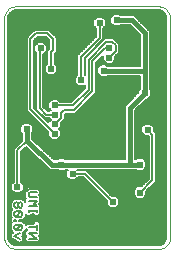
<source format=gbl>
G75*
%MOIN*%
%OFA0B0*%
%FSLAX24Y24*%
%IPPOS*%
%LPD*%
%AMOC8*
5,1,8,0,0,1.08239X$1,22.5*
%
%ADD10C,0.0000*%
%ADD11C,0.0060*%
%ADD12C,0.0240*%
%ADD13C,0.0160*%
D10*
X002723Y003381D02*
X007466Y003381D01*
X007466Y003380D02*
X007505Y003382D01*
X007543Y003388D01*
X007580Y003397D01*
X007617Y003410D01*
X007652Y003427D01*
X007685Y003446D01*
X007716Y003469D01*
X007745Y003495D01*
X007771Y003524D01*
X007794Y003555D01*
X007813Y003588D01*
X007830Y003623D01*
X007843Y003660D01*
X007852Y003697D01*
X007858Y003735D01*
X007860Y003774D01*
X007860Y011074D01*
X007858Y011113D01*
X007852Y011151D01*
X007843Y011188D01*
X007830Y011225D01*
X007813Y011260D01*
X007794Y011293D01*
X007771Y011324D01*
X007745Y011353D01*
X007716Y011379D01*
X007685Y011402D01*
X007652Y011421D01*
X007617Y011438D01*
X007580Y011451D01*
X007543Y011460D01*
X007505Y011466D01*
X007466Y011468D01*
X007466Y011467D02*
X002723Y011467D01*
X002723Y011468D02*
X002684Y011466D01*
X002646Y011460D01*
X002609Y011451D01*
X002572Y011438D01*
X002537Y011421D01*
X002504Y011402D01*
X002473Y011379D01*
X002444Y011353D01*
X002418Y011324D01*
X002395Y011293D01*
X002376Y011260D01*
X002359Y011225D01*
X002346Y011188D01*
X002337Y011151D01*
X002331Y011113D01*
X002329Y011074D01*
X002329Y003774D01*
X002331Y003735D01*
X002337Y003697D01*
X002346Y003660D01*
X002359Y003623D01*
X002376Y003588D01*
X002395Y003555D01*
X002418Y003524D01*
X002444Y003495D01*
X002473Y003469D01*
X002504Y003446D01*
X002537Y003427D01*
X002572Y003410D01*
X002609Y003397D01*
X002646Y003388D01*
X002684Y003382D01*
X002723Y003380D01*
D11*
X002723Y003511D02*
X002671Y003516D01*
X002576Y003555D01*
X002504Y003628D01*
X002464Y003723D01*
X002459Y003774D01*
X002459Y011074D01*
X002464Y011125D01*
X002504Y011220D01*
X002576Y011293D01*
X002671Y011332D01*
X002723Y011337D01*
X007466Y011337D01*
X007517Y011332D01*
X007612Y011293D01*
X007685Y011220D01*
X007725Y011125D01*
X007730Y011074D01*
X007730Y003774D01*
X007725Y003723D01*
X007685Y003628D01*
X007612Y003555D01*
X007517Y003516D01*
X007466Y003511D01*
X002723Y003511D01*
X002794Y003615D02*
X002517Y003615D01*
X002485Y003673D02*
X002677Y003673D01*
X002626Y003699D02*
X002836Y003594D01*
X002930Y003625D01*
X002975Y003714D01*
X002943Y003808D01*
X002940Y003810D01*
X002943Y003812D01*
X002975Y003906D01*
X002965Y003925D01*
X002982Y003941D01*
X003052Y004011D01*
X003052Y004035D01*
X003082Y004005D01*
X003079Y004005D01*
X003058Y003973D01*
X003032Y003946D01*
X003032Y003933D01*
X003024Y003922D01*
X003032Y003885D01*
X003032Y003847D01*
X003041Y003837D01*
X003044Y003824D01*
X003067Y003809D01*
X003032Y003773D01*
X003032Y003673D01*
X002954Y003673D01*
X002969Y003732D02*
X003032Y003732D01*
X003032Y003673D02*
X003102Y003603D01*
X003376Y003603D01*
X003387Y003596D01*
X003424Y003603D01*
X003462Y003603D01*
X003471Y003613D01*
X003484Y003615D01*
X003505Y003647D01*
X003532Y003673D01*
X007704Y003673D01*
X007725Y003732D02*
X003533Y003732D01*
X003532Y003735D02*
X003532Y003773D01*
X003522Y003782D01*
X003520Y003795D01*
X003496Y003811D01*
X003532Y003847D01*
X003532Y003946D01*
X003521Y003957D01*
X003532Y003968D01*
X003532Y004241D01*
X003462Y004311D01*
X003362Y004311D01*
X003292Y004241D01*
X003292Y004225D01*
X003102Y004225D01*
X003052Y004174D01*
X003052Y004198D01*
X003009Y004241D01*
X002938Y004311D01*
X002835Y004311D01*
X002835Y004340D01*
X002938Y004340D01*
X002982Y004383D01*
X003052Y004453D01*
X003052Y004537D01*
X003102Y004487D01*
X003201Y004487D01*
X003245Y004531D01*
X003319Y004531D01*
X003362Y004487D01*
X003462Y004487D01*
X003532Y004557D01*
X003532Y004744D01*
X003527Y004749D01*
X003532Y004754D01*
X003532Y004853D01*
X003495Y004890D01*
X003532Y004927D01*
X003532Y005027D01*
X003521Y005038D01*
X003532Y005049D01*
X003532Y005148D01*
X003495Y005185D01*
X003532Y005222D01*
X003532Y005321D01*
X003462Y005392D01*
X003145Y005392D01*
X003075Y005321D01*
X003032Y005278D01*
X003032Y005092D01*
X003064Y005059D01*
X003032Y005027D01*
X003032Y004954D01*
X003009Y004978D01*
X002938Y005048D01*
X002808Y005048D01*
X002759Y005048D01*
X002665Y005048D01*
X002622Y005005D01*
X002552Y004934D01*
X002552Y004748D01*
X002595Y004705D01*
X002606Y004694D01*
X002552Y004640D01*
X002552Y004453D01*
X002576Y004430D01*
X002552Y004406D01*
X002552Y004263D01*
X002584Y004230D01*
X002552Y004198D01*
X002552Y004011D01*
X002595Y003968D01*
X002637Y003927D01*
X002626Y003921D01*
X002587Y003908D01*
X002582Y003899D01*
X002574Y003895D01*
X002561Y003856D01*
X002542Y003819D01*
X002545Y003810D01*
X002542Y003801D01*
X002561Y003764D01*
X002574Y003725D01*
X002582Y003720D01*
X002587Y003712D01*
X002626Y003699D01*
X002571Y003732D02*
X002463Y003732D01*
X002459Y003790D02*
X002547Y003790D01*
X002557Y003849D02*
X002459Y003849D01*
X002459Y003907D02*
X002586Y003907D01*
X002597Y003966D02*
X002459Y003966D01*
X002459Y004024D02*
X002552Y004024D01*
X002552Y004083D02*
X002459Y004083D01*
X002459Y004141D02*
X002552Y004141D01*
X002554Y004200D02*
X002459Y004200D01*
X002459Y004258D02*
X002556Y004258D01*
X002552Y004317D02*
X002459Y004317D01*
X002459Y004375D02*
X002552Y004375D01*
X002571Y004434D02*
X002459Y004434D01*
X002459Y004492D02*
X002552Y004492D01*
X002552Y004551D02*
X002459Y004551D01*
X002459Y004609D02*
X002552Y004609D01*
X002580Y004668D02*
X002459Y004668D01*
X002459Y004726D02*
X002574Y004726D01*
X002552Y004785D02*
X002459Y004785D01*
X002459Y004843D02*
X002552Y004843D01*
X002552Y004902D02*
X002459Y004902D01*
X002459Y004960D02*
X002578Y004960D01*
X002636Y005019D02*
X002459Y005019D01*
X002459Y005077D02*
X003046Y005077D01*
X003032Y005019D02*
X002967Y005019D01*
X003026Y004960D02*
X003032Y004960D01*
X003152Y004977D02*
X003412Y004977D01*
X003325Y004890D01*
X003412Y004804D01*
X003152Y004804D01*
X003152Y004694D02*
X003152Y004607D01*
X003152Y004651D02*
X003412Y004651D01*
X003412Y004694D02*
X003412Y004607D01*
X003532Y004609D02*
X007730Y004609D01*
X007730Y004551D02*
X003525Y004551D01*
X003467Y004492D02*
X007730Y004492D01*
X007730Y004434D02*
X003032Y004434D01*
X003052Y004492D02*
X003097Y004492D01*
X002932Y004503D02*
X002932Y004590D01*
X002889Y004633D01*
X002715Y004460D01*
X002672Y004503D01*
X002672Y004590D01*
X002715Y004633D01*
X002889Y004633D01*
X002889Y004754D02*
X002845Y004754D01*
X002802Y004798D01*
X002802Y004885D01*
X002758Y004928D01*
X002715Y004928D01*
X002672Y004885D01*
X002672Y004798D01*
X002715Y004754D01*
X002758Y004754D01*
X002802Y004798D01*
X002802Y004885D02*
X002845Y004928D01*
X002889Y004928D01*
X002932Y004885D01*
X002932Y004798D01*
X002889Y004754D01*
X002932Y004503D02*
X002889Y004460D01*
X002715Y004460D01*
X002715Y004356D02*
X002672Y004356D01*
X002672Y004312D01*
X002715Y004312D01*
X002715Y004356D01*
X002835Y004317D02*
X007730Y004317D01*
X007730Y004375D02*
X002974Y004375D01*
X002991Y004258D02*
X003309Y004258D01*
X003412Y004191D02*
X003412Y004018D01*
X003412Y004105D02*
X003152Y004105D01*
X003062Y004024D02*
X003052Y004024D01*
X003051Y003966D02*
X003006Y003966D01*
X003027Y003907D02*
X002974Y003907D01*
X002956Y003849D02*
X003032Y003849D01*
X003049Y003790D02*
X002949Y003790D01*
X002845Y003723D02*
X002672Y003810D01*
X002845Y003897D01*
X002889Y004018D02*
X002715Y004018D01*
X002889Y004191D01*
X002715Y004191D01*
X002672Y004148D01*
X002672Y004061D01*
X002715Y004018D01*
X002889Y004018D02*
X002932Y004061D01*
X002932Y004148D01*
X002889Y004191D01*
X003050Y004200D02*
X003077Y004200D01*
X003152Y003897D02*
X003412Y003897D01*
X003532Y003907D02*
X007730Y003907D01*
X007730Y003849D02*
X003532Y003849D01*
X003521Y003790D02*
X007730Y003790D01*
X007730Y003966D02*
X003529Y003966D01*
X003532Y004024D02*
X007730Y004024D01*
X007730Y004083D02*
X003532Y004083D01*
X003532Y004141D02*
X007730Y004141D01*
X007730Y004200D02*
X003532Y004200D01*
X003515Y004258D02*
X007730Y004258D01*
X007730Y004668D02*
X003532Y004668D01*
X003532Y004726D02*
X007730Y004726D01*
X007730Y004785D02*
X006093Y004785D01*
X006041Y004733D02*
X006164Y004856D01*
X006164Y005030D01*
X006041Y005153D01*
X005914Y005153D01*
X005066Y006001D01*
X004787Y006001D01*
X004765Y006023D01*
X006733Y006023D01*
X006773Y005983D01*
X006947Y005983D01*
X007070Y006106D01*
X007070Y006280D01*
X006947Y006403D01*
X006773Y006403D01*
X006733Y006363D01*
X006687Y006363D01*
X006687Y007998D01*
X007047Y008358D01*
X007104Y008358D01*
X007227Y008481D01*
X007227Y008655D01*
X007187Y008695D01*
X007187Y010639D01*
X007087Y010738D01*
X006650Y011176D01*
X006206Y011176D01*
X006166Y011216D01*
X005992Y011216D01*
X005869Y011093D01*
X005869Y010919D01*
X005992Y010796D01*
X006166Y010796D01*
X006206Y010836D01*
X006509Y010836D01*
X006847Y010498D01*
X006847Y009488D01*
X005769Y009488D01*
X005729Y009528D01*
X005555Y009528D01*
X005432Y009405D01*
X005432Y009231D01*
X005387Y009231D01*
X005432Y009231D02*
X005555Y009108D01*
X005729Y009108D01*
X005769Y009148D01*
X006847Y009148D01*
X006847Y008695D01*
X006807Y008655D01*
X006807Y008599D01*
X006446Y008238D01*
X006347Y008139D01*
X006347Y006363D01*
X004362Y006363D01*
X004322Y006403D01*
X004148Y006403D01*
X004108Y006363D01*
X003990Y006363D01*
X003249Y007049D01*
X003249Y007254D01*
X003289Y007294D01*
X003289Y007468D01*
X003166Y007591D01*
X002992Y007591D01*
X002869Y007468D01*
X002869Y007294D01*
X002909Y007254D01*
X002909Y007041D01*
X002907Y007038D01*
X002909Y006974D01*
X002647Y006712D01*
X002647Y005620D01*
X002557Y005530D01*
X002557Y005356D01*
X002680Y005233D01*
X002854Y005233D01*
X002977Y005356D01*
X002977Y005530D01*
X002887Y005620D01*
X002887Y006612D01*
X003047Y006773D01*
X003805Y006071D01*
X003852Y006023D01*
X003856Y006023D01*
X003859Y006021D01*
X003926Y006023D01*
X004108Y006023D01*
X004148Y005983D01*
X004322Y005983D01*
X004362Y006023D01*
X004456Y006023D01*
X004400Y005968D01*
X004400Y005794D01*
X004523Y005671D01*
X004697Y005671D01*
X004787Y005761D01*
X004967Y005761D01*
X005744Y004983D01*
X005744Y004856D01*
X005867Y004733D01*
X006041Y004733D01*
X006151Y004843D02*
X007730Y004843D01*
X007730Y004902D02*
X006164Y004902D01*
X006164Y004960D02*
X007730Y004960D01*
X007730Y005019D02*
X006164Y005019D01*
X006117Y005077D02*
X006742Y005077D01*
X006773Y005046D02*
X006947Y005046D01*
X007070Y005169D01*
X007070Y005296D01*
X007387Y005612D01*
X007387Y007243D01*
X007320Y007309D01*
X007320Y007436D01*
X007197Y007559D01*
X007023Y007559D01*
X006900Y007436D01*
X006900Y007262D01*
X007023Y007139D01*
X007147Y007139D01*
X007147Y005712D01*
X006901Y005466D01*
X006773Y005466D01*
X006650Y005343D01*
X006650Y005169D01*
X006773Y005046D01*
X006683Y005136D02*
X006059Y005136D01*
X005873Y005194D02*
X006650Y005194D01*
X006650Y005253D02*
X005814Y005253D01*
X005756Y005311D02*
X006650Y005311D01*
X006677Y005370D02*
X005697Y005370D01*
X005639Y005428D02*
X006736Y005428D01*
X006860Y005256D02*
X007267Y005662D01*
X007267Y007193D01*
X007110Y007349D01*
X007281Y007476D02*
X007730Y007476D01*
X007730Y007534D02*
X007223Y007534D01*
X007320Y007417D02*
X007730Y007417D01*
X007730Y007359D02*
X007320Y007359D01*
X007329Y007300D02*
X007730Y007300D01*
X007730Y007242D02*
X007387Y007242D01*
X007387Y007183D02*
X007730Y007183D01*
X007730Y007125D02*
X007387Y007125D01*
X007387Y007066D02*
X007730Y007066D01*
X007730Y007008D02*
X007387Y007008D01*
X007387Y006949D02*
X007730Y006949D01*
X007730Y006891D02*
X007387Y006891D01*
X007387Y006832D02*
X007730Y006832D01*
X007730Y006774D02*
X007387Y006774D01*
X007387Y006715D02*
X007730Y006715D01*
X007730Y006657D02*
X007387Y006657D01*
X007387Y006598D02*
X007730Y006598D01*
X007730Y006540D02*
X007387Y006540D01*
X007387Y006481D02*
X007730Y006481D01*
X007730Y006423D02*
X007387Y006423D01*
X007387Y006364D02*
X007730Y006364D01*
X007730Y006306D02*
X007387Y006306D01*
X007387Y006247D02*
X007730Y006247D01*
X007730Y006189D02*
X007387Y006189D01*
X007387Y006130D02*
X007730Y006130D01*
X007730Y006072D02*
X007387Y006072D01*
X007387Y006013D02*
X007730Y006013D01*
X007730Y005955D02*
X007387Y005955D01*
X007387Y005896D02*
X007730Y005896D01*
X007730Y005838D02*
X007387Y005838D01*
X007387Y005779D02*
X007730Y005779D01*
X007730Y005721D02*
X007387Y005721D01*
X007387Y005662D02*
X007730Y005662D01*
X007730Y005604D02*
X007378Y005604D01*
X007320Y005545D02*
X007730Y005545D01*
X007730Y005487D02*
X007261Y005487D01*
X007203Y005428D02*
X007730Y005428D01*
X007730Y005370D02*
X007144Y005370D01*
X007086Y005311D02*
X007730Y005311D01*
X007730Y005253D02*
X007070Y005253D01*
X007070Y005194D02*
X007730Y005194D01*
X007730Y005136D02*
X007037Y005136D01*
X006979Y005077D02*
X007730Y005077D01*
X007147Y005721D02*
X005346Y005721D01*
X005288Y005779D02*
X007147Y005779D01*
X007147Y005838D02*
X005229Y005838D01*
X005171Y005896D02*
X007147Y005896D01*
X007147Y005955D02*
X005112Y005955D01*
X005017Y005881D02*
X005954Y004943D01*
X005816Y004785D02*
X003532Y004785D01*
X003532Y004843D02*
X005757Y004843D01*
X005744Y004902D02*
X003506Y004902D01*
X003532Y004960D02*
X005744Y004960D01*
X005709Y005019D02*
X003532Y005019D01*
X003532Y005077D02*
X005650Y005077D01*
X005592Y005136D02*
X003532Y005136D01*
X003504Y005194D02*
X005533Y005194D01*
X005475Y005253D02*
X003532Y005253D01*
X003532Y005311D02*
X005416Y005311D01*
X005358Y005370D02*
X003484Y005370D01*
X003412Y005272D02*
X003195Y005272D01*
X003152Y005228D01*
X003152Y005142D01*
X003195Y005098D01*
X003412Y005098D01*
X003123Y005370D02*
X002977Y005370D01*
X002977Y005428D02*
X005299Y005428D01*
X005241Y005487D02*
X002977Y005487D01*
X002962Y005545D02*
X005182Y005545D01*
X005124Y005604D02*
X002903Y005604D01*
X002887Y005662D02*
X005065Y005662D01*
X005007Y005721D02*
X004747Y005721D01*
X004610Y005881D02*
X005017Y005881D01*
X004775Y006013D02*
X006743Y006013D01*
X006977Y006013D02*
X007147Y006013D01*
X007147Y006072D02*
X007036Y006072D01*
X007070Y006130D02*
X007147Y006130D01*
X007147Y006189D02*
X007070Y006189D01*
X007070Y006247D02*
X007147Y006247D01*
X007147Y006306D02*
X007045Y006306D01*
X006986Y006364D02*
X007147Y006364D01*
X007147Y006423D02*
X006687Y006423D01*
X006687Y006481D02*
X007147Y006481D01*
X007147Y006540D02*
X006687Y006540D01*
X006687Y006598D02*
X007147Y006598D01*
X007147Y006657D02*
X006687Y006657D01*
X006687Y006715D02*
X007147Y006715D01*
X007147Y006774D02*
X006687Y006774D01*
X006687Y006832D02*
X007147Y006832D01*
X007147Y006891D02*
X006687Y006891D01*
X006687Y006949D02*
X007147Y006949D01*
X007147Y007008D02*
X006687Y007008D01*
X006687Y007066D02*
X007147Y007066D01*
X007147Y007125D02*
X006687Y007125D01*
X006687Y007183D02*
X006980Y007183D01*
X006921Y007242D02*
X006687Y007242D01*
X006687Y007300D02*
X006900Y007300D01*
X006900Y007359D02*
X006687Y007359D01*
X006687Y007417D02*
X006900Y007417D01*
X006940Y007476D02*
X006687Y007476D01*
X006687Y007534D02*
X006998Y007534D01*
X006687Y007593D02*
X007730Y007593D01*
X007730Y007651D02*
X006687Y007651D01*
X006687Y007710D02*
X007730Y007710D01*
X007730Y007768D02*
X006687Y007768D01*
X006687Y007827D02*
X007730Y007827D01*
X007730Y007885D02*
X006687Y007885D01*
X006687Y007944D02*
X007730Y007944D01*
X007730Y008002D02*
X006691Y008002D01*
X006750Y008061D02*
X007730Y008061D01*
X007730Y008119D02*
X006808Y008119D01*
X006867Y008178D02*
X007730Y008178D01*
X007730Y008236D02*
X006925Y008236D01*
X006984Y008295D02*
X007730Y008295D01*
X007730Y008353D02*
X007042Y008353D01*
X007157Y008412D02*
X007730Y008412D01*
X007730Y008470D02*
X007216Y008470D01*
X007227Y008529D02*
X007730Y008529D01*
X007730Y008587D02*
X007227Y008587D01*
X007227Y008646D02*
X007730Y008646D01*
X007730Y008704D02*
X007187Y008704D01*
X007187Y008763D02*
X007730Y008763D01*
X007730Y008821D02*
X007187Y008821D01*
X007187Y008880D02*
X007730Y008880D01*
X007730Y008938D02*
X007187Y008938D01*
X007187Y008997D02*
X007730Y008997D01*
X007730Y009055D02*
X007187Y009055D01*
X007187Y009114D02*
X007730Y009114D01*
X007730Y009172D02*
X007187Y009172D01*
X007187Y009231D02*
X007730Y009231D01*
X007730Y009289D02*
X007187Y009289D01*
X007187Y009348D02*
X007730Y009348D01*
X007730Y009406D02*
X007187Y009406D01*
X007187Y009465D02*
X007730Y009465D01*
X007730Y009523D02*
X007187Y009523D01*
X007187Y009582D02*
X007730Y009582D01*
X007730Y009640D02*
X007187Y009640D01*
X007187Y009699D02*
X007730Y009699D01*
X007730Y009757D02*
X007187Y009757D01*
X007187Y009816D02*
X007730Y009816D01*
X007730Y009874D02*
X007187Y009874D01*
X007187Y009933D02*
X007730Y009933D01*
X007730Y009991D02*
X007187Y009991D01*
X007187Y010050D02*
X007730Y010050D01*
X007730Y010108D02*
X007187Y010108D01*
X007187Y010167D02*
X007730Y010167D01*
X007730Y010225D02*
X007187Y010225D01*
X007187Y010284D02*
X007730Y010284D01*
X007730Y010342D02*
X007187Y010342D01*
X007187Y010401D02*
X007730Y010401D01*
X007730Y010459D02*
X007187Y010459D01*
X007187Y010518D02*
X007730Y010518D01*
X007730Y010576D02*
X007187Y010576D01*
X007187Y010635D02*
X007730Y010635D01*
X007730Y010693D02*
X007132Y010693D01*
X007074Y010752D02*
X007730Y010752D01*
X007730Y010810D02*
X007015Y010810D01*
X006957Y010869D02*
X007730Y010869D01*
X007730Y010927D02*
X006898Y010927D01*
X006840Y010986D02*
X007730Y010986D01*
X007730Y011044D02*
X006781Y011044D01*
X006723Y011103D02*
X007727Y011103D01*
X007710Y011161D02*
X006664Y011161D01*
X006534Y010810D02*
X006181Y010810D01*
X005978Y010810D02*
X005712Y010810D01*
X005727Y010825D02*
X005637Y010735D01*
X005637Y010362D01*
X005012Y009737D01*
X005012Y009183D01*
X005022Y009173D01*
X005022Y009743D01*
X005092Y009813D01*
X005615Y010337D01*
X005686Y010407D01*
X005973Y010407D01*
X006098Y010282D01*
X006168Y010212D01*
X006168Y009925D01*
X006039Y009796D01*
X006039Y009669D01*
X005916Y009546D01*
X005742Y009546D01*
X005619Y009669D01*
X005619Y009813D01*
X005387Y009581D01*
X005387Y008581D01*
X004762Y007956D01*
X004691Y007886D01*
X004379Y007886D01*
X004355Y007862D01*
X004355Y007706D01*
X004227Y007577D01*
X004227Y007450D01*
X004157Y007381D01*
X004227Y007311D01*
X004227Y007137D01*
X004104Y007014D01*
X003930Y007014D01*
X003807Y007137D01*
X003807Y007265D01*
X003084Y007987D01*
X003084Y010430D01*
X003154Y010501D01*
X003272Y010618D01*
X003272Y010618D01*
X003342Y010688D01*
X003816Y010688D01*
X003887Y010618D01*
X004074Y010430D01*
X004074Y009956D01*
X004012Y009893D01*
X004012Y009558D01*
X004102Y009468D01*
X004102Y009294D01*
X003979Y009171D01*
X003805Y009171D01*
X003682Y009294D01*
X003682Y009468D01*
X003772Y009558D01*
X003772Y009993D01*
X003834Y010055D01*
X003834Y010331D01*
X003717Y010448D01*
X003441Y010448D01*
X003324Y010331D01*
X003324Y008087D01*
X003807Y007604D01*
X003807Y007624D01*
X003876Y007693D01*
X003840Y007729D01*
X003686Y007729D01*
X003397Y008018D01*
X003397Y009922D01*
X003338Y009981D01*
X003338Y010155D01*
X003461Y010278D01*
X003635Y010278D01*
X003758Y010155D01*
X003758Y009981D01*
X003637Y009860D01*
X003637Y008118D01*
X003785Y007969D01*
X003840Y007969D01*
X003876Y008006D01*
X003807Y008075D01*
X003807Y008249D01*
X003930Y008372D01*
X004104Y008372D01*
X004194Y008282D01*
X004561Y008282D01*
X005022Y008743D01*
X005022Y008839D01*
X004979Y008796D01*
X004805Y008796D01*
X004682Y008919D01*
X004682Y009093D01*
X004772Y009183D01*
X004772Y009837D01*
X005397Y010462D01*
X005397Y010735D01*
X005307Y010825D01*
X005307Y010999D01*
X005430Y011122D01*
X005604Y011122D01*
X005727Y010999D01*
X005727Y010825D01*
X005727Y010869D02*
X005919Y010869D01*
X005869Y010927D02*
X005727Y010927D01*
X005727Y010986D02*
X005869Y010986D01*
X005869Y011044D02*
X005681Y011044D01*
X005623Y011103D02*
X005879Y011103D01*
X005938Y011161D02*
X002479Y011161D01*
X002462Y011103D02*
X005410Y011103D01*
X005352Y011044D02*
X002459Y011044D01*
X002459Y010986D02*
X005307Y010986D01*
X005307Y010927D02*
X002459Y010927D01*
X002459Y010869D02*
X005307Y010869D01*
X005321Y010810D02*
X002459Y010810D01*
X002459Y010752D02*
X005380Y010752D01*
X005397Y010693D02*
X002459Y010693D01*
X002459Y010635D02*
X003288Y010635D01*
X003230Y010576D02*
X002459Y010576D01*
X002459Y010518D02*
X003171Y010518D01*
X003113Y010459D02*
X002459Y010459D01*
X002459Y010401D02*
X003084Y010401D01*
X003084Y010342D02*
X002459Y010342D01*
X002459Y010284D02*
X003084Y010284D01*
X003084Y010225D02*
X002459Y010225D01*
X002459Y010167D02*
X003084Y010167D01*
X003084Y010108D02*
X002459Y010108D01*
X002459Y010050D02*
X003084Y010050D01*
X003084Y009991D02*
X002459Y009991D01*
X002459Y009933D02*
X003084Y009933D01*
X003084Y009874D02*
X002459Y009874D01*
X002459Y009816D02*
X003084Y009816D01*
X003084Y009757D02*
X002459Y009757D01*
X002459Y009699D02*
X003084Y009699D01*
X003084Y009640D02*
X002459Y009640D01*
X002459Y009582D02*
X003084Y009582D01*
X003084Y009523D02*
X002459Y009523D01*
X002459Y009465D02*
X003084Y009465D01*
X003084Y009406D02*
X002459Y009406D01*
X002459Y009348D02*
X003084Y009348D01*
X003084Y009289D02*
X002459Y009289D01*
X002459Y009231D02*
X003084Y009231D01*
X003084Y009172D02*
X002459Y009172D01*
X002459Y009114D02*
X003084Y009114D01*
X003084Y009055D02*
X002459Y009055D01*
X002459Y008997D02*
X003084Y008997D01*
X003084Y008938D02*
X002459Y008938D01*
X002459Y008880D02*
X003084Y008880D01*
X003084Y008821D02*
X002459Y008821D01*
X002459Y008763D02*
X003084Y008763D01*
X003084Y008704D02*
X002459Y008704D01*
X002459Y008646D02*
X003084Y008646D01*
X003084Y008587D02*
X002459Y008587D01*
X002459Y008529D02*
X003084Y008529D01*
X003084Y008470D02*
X002459Y008470D01*
X002459Y008412D02*
X003084Y008412D01*
X003084Y008353D02*
X002459Y008353D01*
X002459Y008295D02*
X003084Y008295D01*
X003084Y008236D02*
X002459Y008236D01*
X002459Y008178D02*
X003084Y008178D01*
X003084Y008119D02*
X002459Y008119D01*
X002459Y008061D02*
X003084Y008061D01*
X003084Y008002D02*
X002459Y008002D01*
X002459Y007944D02*
X003128Y007944D01*
X003186Y007885D02*
X002459Y007885D01*
X002459Y007827D02*
X003245Y007827D01*
X003303Y007768D02*
X002459Y007768D01*
X002459Y007710D02*
X003362Y007710D01*
X003420Y007651D02*
X002459Y007651D01*
X002459Y007593D02*
X003479Y007593D01*
X003537Y007534D02*
X003223Y007534D01*
X003281Y007476D02*
X003596Y007476D01*
X003654Y007417D02*
X003289Y007417D01*
X003289Y007359D02*
X003713Y007359D01*
X003771Y007300D02*
X003289Y007300D01*
X003249Y007242D02*
X003807Y007242D01*
X003807Y007183D02*
X003249Y007183D01*
X003249Y007125D02*
X003819Y007125D01*
X003878Y007066D02*
X003249Y007066D01*
X003293Y007008D02*
X006347Y007008D01*
X006347Y007066D02*
X004155Y007066D01*
X004214Y007125D02*
X006347Y007125D01*
X006347Y007183D02*
X004227Y007183D01*
X004227Y007242D02*
X006347Y007242D01*
X006347Y007300D02*
X004227Y007300D01*
X004179Y007359D02*
X006347Y007359D01*
X006347Y007417D02*
X004194Y007417D01*
X004227Y007476D02*
X006347Y007476D01*
X006347Y007534D02*
X004227Y007534D01*
X004242Y007593D02*
X006347Y007593D01*
X006347Y007651D02*
X004301Y007651D01*
X004355Y007710D02*
X006347Y007710D01*
X006347Y007768D02*
X004355Y007768D01*
X004355Y007827D02*
X006347Y007827D01*
X006347Y007885D02*
X004378Y007885D01*
X004329Y008006D02*
X004235Y007912D01*
X004235Y007756D01*
X004017Y007537D01*
X003834Y007651D02*
X003760Y007651D01*
X003701Y007710D02*
X003859Y007710D01*
X003735Y007849D02*
X003517Y008068D01*
X003517Y010037D01*
X003548Y010068D01*
X003651Y009874D02*
X003772Y009874D01*
X003772Y009816D02*
X003637Y009816D01*
X003637Y009757D02*
X003772Y009757D01*
X003772Y009699D02*
X003637Y009699D01*
X003637Y009640D02*
X003772Y009640D01*
X003772Y009582D02*
X003637Y009582D01*
X003637Y009523D02*
X003737Y009523D01*
X003682Y009465D02*
X003637Y009465D01*
X003637Y009406D02*
X003682Y009406D01*
X003682Y009348D02*
X003637Y009348D01*
X003637Y009289D02*
X003686Y009289D01*
X003637Y009231D02*
X003745Y009231D01*
X003803Y009172D02*
X003637Y009172D01*
X003637Y009114D02*
X004703Y009114D01*
X004682Y009055D02*
X003637Y009055D01*
X003637Y008997D02*
X004682Y008997D01*
X004682Y008938D02*
X003637Y008938D01*
X003637Y008880D02*
X004721Y008880D01*
X004779Y008821D02*
X003637Y008821D01*
X003637Y008763D02*
X005022Y008763D01*
X005022Y008821D02*
X005004Y008821D01*
X004983Y008704D02*
X003637Y008704D01*
X003637Y008646D02*
X004924Y008646D01*
X004866Y008587D02*
X003637Y008587D01*
X003637Y008529D02*
X004807Y008529D01*
X004749Y008470D02*
X003637Y008470D01*
X003637Y008412D02*
X004690Y008412D01*
X004632Y008353D02*
X004122Y008353D01*
X004181Y008295D02*
X004573Y008295D01*
X004610Y008162D02*
X005142Y008693D01*
X005142Y009693D01*
X005735Y010287D01*
X005923Y010287D01*
X006048Y010162D01*
X006048Y009974D01*
X005829Y009756D01*
X005619Y009757D02*
X005563Y009757D01*
X005619Y009699D02*
X005504Y009699D01*
X005446Y009640D02*
X005648Y009640D01*
X005706Y009582D02*
X005387Y009582D01*
X005387Y009523D02*
X005550Y009523D01*
X005491Y009465D02*
X005387Y009465D01*
X005387Y009406D02*
X005433Y009406D01*
X005432Y009348D02*
X005387Y009348D01*
X005387Y009289D02*
X005432Y009289D01*
X005387Y009172D02*
X005491Y009172D01*
X005549Y009114D02*
X005387Y009114D01*
X005387Y009055D02*
X006847Y009055D01*
X006847Y008997D02*
X005387Y008997D01*
X005387Y008938D02*
X006847Y008938D01*
X006847Y008880D02*
X005387Y008880D01*
X005387Y008821D02*
X006847Y008821D01*
X006847Y008763D02*
X005387Y008763D01*
X005387Y008704D02*
X006847Y008704D01*
X006807Y008646D02*
X005387Y008646D01*
X005387Y008587D02*
X006795Y008587D01*
X006737Y008529D02*
X005334Y008529D01*
X005276Y008470D02*
X006678Y008470D01*
X006620Y008412D02*
X005217Y008412D01*
X005159Y008353D02*
X006561Y008353D01*
X006503Y008295D02*
X005100Y008295D01*
X005042Y008236D02*
X006444Y008236D01*
X006386Y008178D02*
X004983Y008178D01*
X004925Y008119D02*
X006347Y008119D01*
X006347Y008061D02*
X004866Y008061D01*
X004808Y008002D02*
X006347Y008002D01*
X006347Y007944D02*
X004749Y007944D01*
X004642Y008006D02*
X004329Y008006D01*
X004642Y008006D02*
X005267Y008631D01*
X005267Y009631D01*
X005704Y010068D01*
X005829Y010068D01*
X006059Y009816D02*
X006847Y009816D01*
X006847Y009874D02*
X006117Y009874D01*
X006168Y009933D02*
X006847Y009933D01*
X006847Y009991D02*
X006168Y009991D01*
X006168Y010050D02*
X006847Y010050D01*
X006847Y010108D02*
X006168Y010108D01*
X006168Y010167D02*
X006847Y010167D01*
X006847Y010225D02*
X006154Y010225D01*
X006096Y010284D02*
X006847Y010284D01*
X006847Y010342D02*
X006037Y010342D01*
X005979Y010401D02*
X006847Y010401D01*
X006847Y010459D02*
X005637Y010459D01*
X005637Y010401D02*
X005679Y010401D01*
X005621Y010342D02*
X005617Y010342D01*
X005562Y010284D02*
X005558Y010284D01*
X005504Y010225D02*
X005500Y010225D01*
X005445Y010167D02*
X005441Y010167D01*
X005387Y010108D02*
X005383Y010108D01*
X005328Y010050D02*
X005324Y010050D01*
X005270Y009991D02*
X005266Y009991D01*
X005211Y009933D02*
X005207Y009933D01*
X005153Y009874D02*
X005149Y009874D01*
X005094Y009816D02*
X005090Y009816D01*
X005036Y009757D02*
X005032Y009757D01*
X005022Y009699D02*
X005012Y009699D01*
X005012Y009640D02*
X005022Y009640D01*
X005012Y009582D02*
X005022Y009582D01*
X005012Y009523D02*
X005022Y009523D01*
X005012Y009465D02*
X005022Y009465D01*
X005012Y009406D02*
X005022Y009406D01*
X005012Y009348D02*
X005022Y009348D01*
X005012Y009289D02*
X005022Y009289D01*
X005012Y009231D02*
X005022Y009231D01*
X004892Y009006D02*
X004892Y009787D01*
X005517Y010412D01*
X005517Y010912D01*
X005653Y010752D02*
X006593Y010752D01*
X006651Y010693D02*
X005637Y010693D01*
X005637Y010635D02*
X006710Y010635D01*
X006768Y010576D02*
X005637Y010576D01*
X005637Y010518D02*
X006827Y010518D01*
X006847Y009757D02*
X006039Y009757D01*
X006039Y009699D02*
X006847Y009699D01*
X006847Y009640D02*
X006011Y009640D01*
X005952Y009582D02*
X006847Y009582D01*
X006847Y009523D02*
X005734Y009523D01*
X005734Y009114D02*
X006847Y009114D01*
X005394Y010459D02*
X004045Y010459D01*
X004074Y010401D02*
X005336Y010401D01*
X005277Y010342D02*
X004074Y010342D01*
X004074Y010284D02*
X005219Y010284D01*
X005160Y010225D02*
X004074Y010225D01*
X004074Y010167D02*
X005102Y010167D01*
X005043Y010108D02*
X004074Y010108D01*
X004074Y010050D02*
X004985Y010050D01*
X004926Y009991D02*
X004074Y009991D01*
X004051Y009933D02*
X004868Y009933D01*
X004809Y009874D02*
X004012Y009874D01*
X004012Y009816D02*
X004772Y009816D01*
X004772Y009757D02*
X004012Y009757D01*
X004012Y009699D02*
X004772Y009699D01*
X004772Y009640D02*
X004012Y009640D01*
X004012Y009582D02*
X004772Y009582D01*
X004772Y009523D02*
X004046Y009523D01*
X004102Y009465D02*
X004772Y009465D01*
X004772Y009406D02*
X004102Y009406D01*
X004102Y009348D02*
X004772Y009348D01*
X004772Y009289D02*
X004097Y009289D01*
X004039Y009231D02*
X004772Y009231D01*
X004761Y009172D02*
X003980Y009172D01*
X003892Y009381D02*
X003892Y009943D01*
X003954Y010006D01*
X003954Y010381D01*
X003767Y010568D01*
X003392Y010568D01*
X003204Y010381D01*
X003204Y008037D01*
X004017Y007224D01*
X003609Y006715D02*
X006347Y006715D01*
X006347Y006657D02*
X003673Y006657D01*
X003736Y006598D02*
X006347Y006598D01*
X006347Y006540D02*
X003799Y006540D01*
X003862Y006481D02*
X006347Y006481D01*
X006347Y006423D02*
X003925Y006423D01*
X003988Y006364D02*
X004109Y006364D01*
X004361Y006364D02*
X006347Y006364D01*
X006687Y006364D02*
X006734Y006364D01*
X006347Y006774D02*
X003546Y006774D01*
X003483Y006832D02*
X006347Y006832D01*
X006347Y006891D02*
X003420Y006891D01*
X003357Y006949D02*
X006347Y006949D01*
X007097Y005662D02*
X005405Y005662D01*
X005463Y005604D02*
X007039Y005604D01*
X006980Y005545D02*
X005522Y005545D01*
X005580Y005487D02*
X006922Y005487D01*
X007672Y003615D02*
X003481Y003615D01*
X003532Y003673D02*
X003532Y003687D01*
X003539Y003698D01*
X003532Y003735D01*
X003412Y003723D02*
X003152Y003897D01*
X003152Y003723D02*
X003412Y003723D01*
X003090Y003615D02*
X002899Y003615D01*
X002575Y003556D02*
X007614Y003556D01*
X004473Y005721D02*
X002887Y005721D01*
X002887Y005779D02*
X004415Y005779D01*
X004400Y005838D02*
X002887Y005838D01*
X002887Y005896D02*
X004400Y005896D01*
X004400Y005955D02*
X002887Y005955D01*
X002887Y006013D02*
X004118Y006013D01*
X004352Y006013D02*
X004446Y006013D01*
X003804Y006072D02*
X002887Y006072D01*
X002887Y006130D02*
X003741Y006130D01*
X003678Y006189D02*
X002887Y006189D01*
X002887Y006247D02*
X003614Y006247D01*
X003551Y006306D02*
X002887Y006306D01*
X002887Y006364D02*
X003488Y006364D01*
X003425Y006423D02*
X002887Y006423D01*
X002887Y006481D02*
X003362Y006481D01*
X003298Y006540D02*
X002887Y006540D01*
X002887Y006598D02*
X003235Y006598D01*
X003172Y006657D02*
X002931Y006657D01*
X002990Y006715D02*
X003109Y006715D01*
X003079Y006974D02*
X002767Y006662D01*
X002767Y005443D01*
X002630Y005604D02*
X002459Y005604D01*
X002459Y005662D02*
X002647Y005662D01*
X002647Y005721D02*
X002459Y005721D01*
X002459Y005779D02*
X002647Y005779D01*
X002647Y005838D02*
X002459Y005838D01*
X002459Y005896D02*
X002647Y005896D01*
X002647Y005955D02*
X002459Y005955D01*
X002459Y006013D02*
X002647Y006013D01*
X002647Y006072D02*
X002459Y006072D01*
X002459Y006130D02*
X002647Y006130D01*
X002647Y006189D02*
X002459Y006189D01*
X002459Y006247D02*
X002647Y006247D01*
X002647Y006306D02*
X002459Y006306D01*
X002459Y006364D02*
X002647Y006364D01*
X002647Y006423D02*
X002459Y006423D01*
X002459Y006481D02*
X002647Y006481D01*
X002647Y006540D02*
X002459Y006540D01*
X002459Y006598D02*
X002647Y006598D01*
X002647Y006657D02*
X002459Y006657D01*
X002459Y006715D02*
X002650Y006715D01*
X002709Y006774D02*
X002459Y006774D01*
X002459Y006832D02*
X002767Y006832D01*
X002826Y006891D02*
X002459Y006891D01*
X002459Y006949D02*
X002884Y006949D01*
X002908Y007008D02*
X002459Y007008D01*
X002459Y007066D02*
X002909Y007066D01*
X002909Y007125D02*
X002459Y007125D01*
X002459Y007183D02*
X002909Y007183D01*
X002909Y007242D02*
X002459Y007242D01*
X002459Y007300D02*
X002869Y007300D01*
X002869Y007359D02*
X002459Y007359D01*
X002459Y007417D02*
X002869Y007417D01*
X002877Y007476D02*
X002459Y007476D01*
X002459Y007534D02*
X002936Y007534D01*
X003350Y008061D02*
X003397Y008061D01*
X003397Y008119D02*
X003324Y008119D01*
X003324Y008178D02*
X003397Y008178D01*
X003397Y008236D02*
X003324Y008236D01*
X003324Y008295D02*
X003397Y008295D01*
X003397Y008353D02*
X003324Y008353D01*
X003324Y008412D02*
X003397Y008412D01*
X003397Y008470D02*
X003324Y008470D01*
X003324Y008529D02*
X003397Y008529D01*
X003397Y008587D02*
X003324Y008587D01*
X003324Y008646D02*
X003397Y008646D01*
X003397Y008704D02*
X003324Y008704D01*
X003324Y008763D02*
X003397Y008763D01*
X003397Y008821D02*
X003324Y008821D01*
X003324Y008880D02*
X003397Y008880D01*
X003397Y008938D02*
X003324Y008938D01*
X003324Y008997D02*
X003397Y008997D01*
X003397Y009055D02*
X003324Y009055D01*
X003324Y009114D02*
X003397Y009114D01*
X003397Y009172D02*
X003324Y009172D01*
X003324Y009231D02*
X003397Y009231D01*
X003397Y009289D02*
X003324Y009289D01*
X003324Y009348D02*
X003397Y009348D01*
X003397Y009406D02*
X003324Y009406D01*
X003324Y009465D02*
X003397Y009465D01*
X003397Y009523D02*
X003324Y009523D01*
X003324Y009582D02*
X003397Y009582D01*
X003397Y009640D02*
X003324Y009640D01*
X003324Y009699D02*
X003397Y009699D01*
X003397Y009757D02*
X003324Y009757D01*
X003324Y009816D02*
X003397Y009816D01*
X003397Y009874D02*
X003324Y009874D01*
X003324Y009933D02*
X003386Y009933D01*
X003338Y009991D02*
X003324Y009991D01*
X003324Y010050D02*
X003338Y010050D01*
X003338Y010108D02*
X003324Y010108D01*
X003324Y010167D02*
X003349Y010167D01*
X003324Y010225D02*
X003408Y010225D01*
X003324Y010284D02*
X003834Y010284D01*
X003834Y010225D02*
X003688Y010225D01*
X003746Y010167D02*
X003834Y010167D01*
X003834Y010108D02*
X003758Y010108D01*
X003758Y010050D02*
X003828Y010050D01*
X003772Y009991D02*
X003758Y009991D01*
X003772Y009933D02*
X003709Y009933D01*
X003823Y010342D02*
X003335Y010342D01*
X003394Y010401D02*
X003764Y010401D01*
X003928Y010576D02*
X005397Y010576D01*
X005397Y010518D02*
X003987Y010518D01*
X003870Y010635D02*
X005397Y010635D01*
X003911Y008353D02*
X003637Y008353D01*
X003637Y008295D02*
X003852Y008295D01*
X003807Y008236D02*
X003637Y008236D01*
X003637Y008178D02*
X003807Y008178D01*
X003807Y008119D02*
X003637Y008119D01*
X003694Y008061D02*
X003821Y008061D01*
X003872Y008002D02*
X003752Y008002D01*
X003735Y007849D02*
X004017Y007849D01*
X004017Y008162D02*
X004610Y008162D01*
X003647Y007768D02*
X003643Y007768D01*
X003588Y007827D02*
X003584Y007827D01*
X003530Y007885D02*
X003526Y007885D01*
X003471Y007944D02*
X003467Y007944D01*
X003413Y008002D02*
X003409Y008002D01*
X002572Y005545D02*
X002459Y005545D01*
X002459Y005487D02*
X002557Y005487D01*
X002557Y005428D02*
X002459Y005428D01*
X002459Y005370D02*
X002557Y005370D01*
X002602Y005311D02*
X002459Y005311D01*
X002459Y005253D02*
X002660Y005253D01*
X002459Y005194D02*
X003032Y005194D01*
X003032Y005136D02*
X002459Y005136D01*
X002808Y005048D02*
X002808Y005048D01*
X002873Y005253D02*
X003032Y005253D01*
X003065Y005311D02*
X002932Y005311D01*
X003206Y004492D02*
X003357Y004492D01*
X002503Y011220D02*
X007685Y011220D01*
X007627Y011278D02*
X002562Y011278D01*
X002717Y011337D02*
X007472Y011337D01*
D12*
X007579Y011131D03*
X007579Y010381D03*
X006642Y010193D03*
X006079Y011006D03*
X005829Y010756D03*
X005517Y010912D03*
X005079Y010568D03*
X004329Y009818D03*
X003892Y009381D03*
X004329Y009006D03*
X004892Y009006D03*
X005642Y009318D03*
X005829Y009756D03*
X005829Y010068D03*
X007017Y008568D03*
X007579Y008662D03*
X007579Y007412D03*
X007110Y007349D03*
X006860Y006193D03*
X006860Y005881D03*
X006860Y005256D03*
X006329Y004943D03*
X005954Y004943D03*
X005204Y004943D03*
X004610Y005881D03*
X004235Y005881D03*
X004235Y006193D03*
X004017Y007224D03*
X004017Y007537D03*
X004017Y007849D03*
X004017Y008162D03*
X003079Y007381D03*
X002985Y008537D03*
X003548Y010068D03*
X003767Y011193D03*
X005110Y007881D03*
X005110Y007443D03*
X005110Y007006D03*
X005548Y007006D03*
X005548Y007443D03*
X005985Y007443D03*
X005985Y007006D03*
X005985Y007881D03*
X005548Y007881D03*
X004017Y004506D03*
X003767Y004506D03*
X002767Y005443D03*
D13*
X003923Y006193D02*
X003079Y006974D01*
X003079Y007381D01*
X003923Y006193D02*
X004235Y006193D01*
X006517Y006193D01*
X006517Y008068D01*
X007017Y008568D01*
X007017Y009318D01*
X005642Y009318D01*
X007017Y009318D02*
X007017Y010568D01*
X006579Y011006D01*
X006079Y011006D01*
X006517Y006193D02*
X006860Y006193D01*
M02*

</source>
